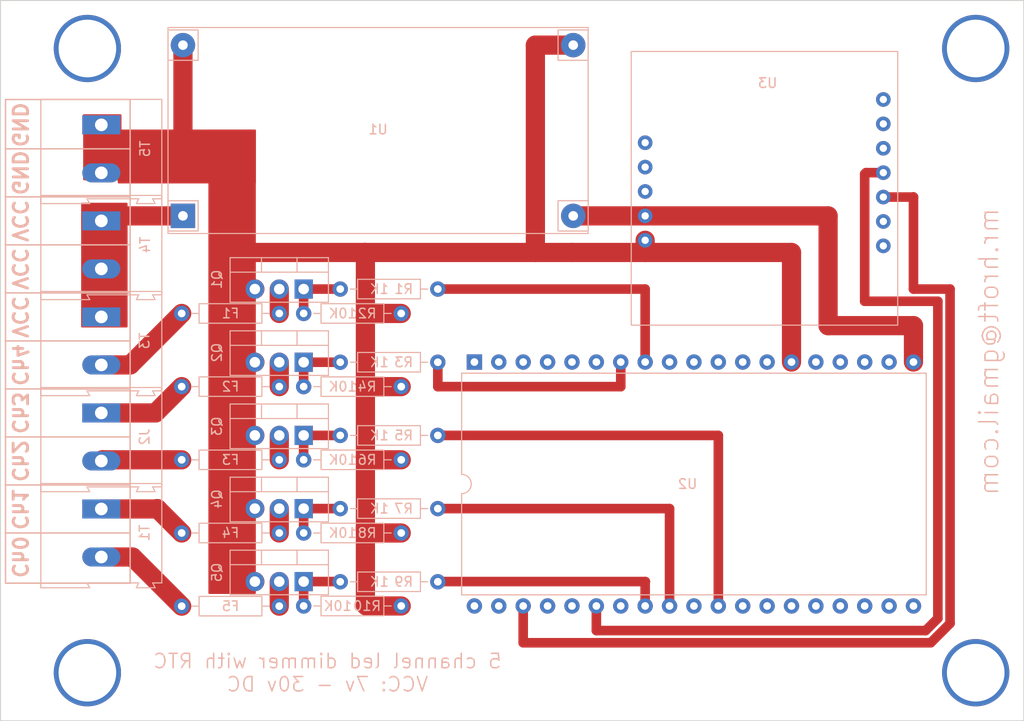
<source format=kicad_pcb>
(kicad_pcb (version 20211014) (generator pcbnew)
  (layers (0 "F.Cu" signal) (31 "B.Cu" signal) (34 "B.Paste" user) (35 "F.Paste" user) (36 "B.SilkS" user "B.Silkscreen") (37 "F.SilkS" user "F.Silkscreen") (38 "B.Mask" user) (39 "F.Mask" user) (44 "Edge.Cuts" user))
  (net 0 "")
  (net 1 "/channel0/ChannelDrain")
  (net 2 "Net-(F1-Pad2)")
  (net 3 "/channel1/ChannelDrain")
  (net 4 "Net-(F2-Pad2)")
  (net 5 "/channel2/ChannelDrain")
  (net 6 "Net-(F3-Pad2)")
  (net 7 "/channel3/ChannelDrain")
  (net 8 "Net-(F4-Pad2)")
  (net 9 "/channel4/ChannelDrain")
  (net 10 "Net-(F5-Pad2)")
  (net 11 "VCC")
  (net 12 "GND")
  (net 13 "Net-(Q1-Pad1)")
  (net 14 "Net-(Q2-Pad1)")
  (net 15 "Net-(Q3-Pad1)")
  (net 16 "Net-(Q4-Pad1)")
  (net 17 "Net-(Q5-Pad1)")
  (net 18 "Ch0_PWM")
  (net 19 "Ch1_PWM")
  (net 20 "Ch2_PWM")
  (net 21 "Ch3_PWM")
  (net 22 "Ch4_PWM")
  (net 23 "+5V")
  (net 49 "Net-(U2-Pad33)")
  (net 59 "Net-(U2-Pad36)")
  (footprint "TerminalBlock:TerminalBlock_Altech_AK300-2_P5.00mm" (layer "B.Cu") (at 93 85.45 -90)
    (fp_text reference "T3" (at 2.5 -4.5 90) (layer "B.SilkS") (effects (justify mirror)))
    (fp_text value "Screw_Terminal_01x02")
    (fp_line (start -2.65 -6.3) (end 7.7 -6.3) (layer "B.SilkS") (width 0.12))
    (fp_line (start 8.2 6.3) (end -2.65 6.3) (layer "B.SilkS") (width 0.12))
    (fp_line (start 7.7 -5.35) (end 8.2 -5.6) (layer "B.SilkS") (width 0.12))
    (fp_line (start -2.65 6.3) (end -2.65 -6.3) (layer "B.SilkS") (width 0.12))
    (fp_line (start 7.7 1.5) (end 8.2 1.2) (layer "B.SilkS") (width 0.12))
    (fp_line (start 8.2 -3.65) (end 7.7 -3.9) (layer "B.SilkS") (width 0.12))
    (fp_line (start 7.7 -6.3) (end 7.7 -5.35) (layer "B.SilkS") (width 0.12))
    (fp_line (start 7.7 -3.9) (end 7.7 1.5) (layer "B.SilkS") (width 0.12))
    (fp_line (start 8.2 -5.6) (end 8.2 -3.7) (layer "B.SilkS") (width 0.12))
    (fp_line (start 8.2 -3.7) (end 8.2 -3.65) (layer "B.SilkS") (width 0.12))
    (fp_line (start 8.2 1.2) (end 8.2 6.3) (layer "B.SilkS") (width 0.12))
    (pad "1" thru_hole rect (at 0 0 270) (size 1.98 3.96) (drill 1.32) (layers *.Cu *.Mask) (net 11 "VCC"))
    (pad "2" thru_hole oval (at 5 0 270) (size 1.98 3.96) (drill 1.32) (layers *.Cu *.Mask) (net 1 "/channel0/ChannelDrain"))
  )
  (footprint "Package_TO_SOT_THT:TO-220-3_Vertical" (layer "B.Cu") (at 114.07 97.79 180)
    (fp_text reference "Q3" (at 9.04 0.9495 90) (layer "B.SilkS") (effects (justify mirror)))
    (fp_text value "IRLZ44N")
    (fp_line (start -2.58 3.27) (end -2.58 -1.371) (layer "B.SilkS") (width 0.12))
    (fp_line (start -2.58 3.27) (end 7.66 3.27) (layer "B.SilkS") (width 0.12))
    (fp_line (start 0.69 3.27) (end 0.69 1.76) (layer "B.SilkS") (width 0.12))
    (fp_line (start 4.391 3.27) (end 4.391 1.76) (layer "B.SilkS") (width 0.12))
    (fp_line (start 7.66 3.27) (end 7.66 -1.371) (layer "B.SilkS") (width 0.12))
    (fp_line (start -2.58 -1.371) (end 7.66 -1.371) (layer "B.SilkS") (width 0.12))
    (fp_line (start -2.58 1.76) (end 7.66 1.76) (layer "B.SilkS") (width 0.12))
    (pad "1" thru_hole rect (at 0 0 180) (size 1.905 2) (drill 1.1) (layers *.Cu *.Mask) (net 15 "Net-(Q3-Pad1)"))
    (pad "2" thru_hole oval (at 2.54 0 180) (size 1.905 2) (drill 1.1) (layers *.Cu *.Mask) (net 6 "Net-(F3-Pad2)"))
    (pad "3" thru_hole oval (at 5.08 0 180) (size 1.905 2) (drill 1.1) (layers *.Cu *.Mask) (net 12 "GND"))
  )
  (footprint "MY:Resistor_TH_5.08mm_value" (layer "B.Cu") (at 124.23 115.55 180)
    (fp_text reference "R10" (at 3.556 0) (layer "B.SilkS") (effects (justify mirror)))
    (fp_text value "10K" (at 6.604 0) (layer "B.SilkS") (effects (justify mirror)))
    (fp_line (start 9.12 0) (end 8.35 0) (layer "B.SilkS") (width 0.12))
    (fp_line (start 8.35 1.016) (end 1.81 1.016) (layer "B.SilkS") (width 0.12))
    (fp_line (start 8.35 -1.016) (end 8.35 1.016) (layer "B.SilkS") (width 0.12))
    (fp_line (start 1.04 0) (end 1.81 0) (layer "B.SilkS") (width 0.12))
    (fp_line (start 1.81 -1.016) (end 8.35 -1.016) (layer "B.SilkS") (width 0.12))
    (fp_line (start 1.81 1.016) (end 1.81 -1.016) (layer "B.SilkS") (width 0.12))
    (pad "1" thru_hole circle (at 0 0 180) (size 1.6 1.6) (drill 0.8) (layers *.Cu *.Mask) (net 12 "GND"))
    (pad "2" thru_hole oval (at 10.16 0 180) (size 1.6 1.6) (drill 0.8) (layers *.Cu *.Mask) (net 17 "Net-(Q5-Pad1)"))
  )
  (footprint "TerminalBlock:TerminalBlock_Altech_AK300-2_P5.00mm" (layer "B.Cu") (at 93 95.45 -90)
    (fp_text reference "J2" (at 2.5 -4.5 90) (layer "B.SilkS") (effects (justify mirror)))
    (fp_text value "Screw_Terminal_01x02")
    (fp_line (start 7.7 -3.9) (end 7.7 1.5) (layer "B.SilkS") (width 0.12))
    (fp_line (start 7.7 -5.35) (end 8.2 -5.6) (layer "B.SilkS") (width 0.12))
    (fp_line (start -2.65 6.3) (end -2.65 -6.3) (layer "B.SilkS") (width 0.12))
    (fp_line (start 7.7 1.5) (end 8.2 1.2) (layer "B.SilkS") (width 0.12))
    (fp_line (start 8.2 6.3) (end -2.65 6.3) (layer "B.SilkS") (width 0.12))
    (fp_line (start 8.2 -3.65) (end 7.7 -3.9) (layer "B.SilkS") (width 0.12))
    (fp_line (start 8.2 1.2) (end 8.2 6.3) (layer "B.SilkS") (width 0.12))
    (fp_line (start 7.7 -6.3) (end 7.7 -5.35) (layer "B.SilkS") (width 0.12))
    (fp_line (start 8.2 -3.7) (end 8.2 -3.65) (layer "B.SilkS") (width 0.12))
    (fp_line (start 8.2 -5.6) (end 8.2 -3.7) (layer "B.SilkS") (width 0.12))
    (fp_line (start -2.65 -6.3) (end 7.7 -6.3) (layer "B.SilkS") (width 0.12))
    (pad "1" thru_hole rect (at 0 0 270) (size 1.98 3.96) (drill 1.32) (layers *.Cu *.Mask) (net 3 "/channel1/ChannelDrain"))
    (pad "2" thru_hole oval (at 5 0 270) (size 1.98 3.96) (drill 1.32) (layers *.Cu *.Mask) (net 5 "/channel2/ChannelDrain"))
  )
  (footprint "MY:Resistor_TH_5.08mm_value" (layer "B.Cu") (at 128.04 82.55 180)
    (fp_text reference "R1" (at 3.556 0) (layer "B.SilkS") (effects (justify mirror)))
    (fp_text value "1K" (at 6.096 0) (layer "B.SilkS") (effects (justify mirror)))
    (fp_line (start 1.81 1.016) (end 1.81 -1.016) (layer "B.SilkS") (width 0.12))
    (fp_line (start 8.35 -1.016) (end 8.35 1.016) (layer "B.SilkS") (width 0.12))
    (fp_line (start 9.12 0) (end 8.35 0) (layer "B.SilkS") (width 0.12))
    (fp_line (start 1.81 -1.016) (end 8.35 -1.016) (layer "B.SilkS") (width 0.12))
    (fp_line (start 1.04 0) (end 1.81 0) (layer "B.SilkS") (width 0.12))
    (fp_line (start 8.35 1.016) (end 1.81 1.016) (layer "B.SilkS") (width 0.12))
    (pad "1" thru_hole circle (at 0 0 180) (size 1.6 1.6) (drill 0.8) (layers *.Cu *.Mask) (net 18 "Ch0_PWM"))
    (pad "2" thru_hole oval (at 10.16 0 180) (size 1.6 1.6) (drill 0.8) (layers *.Cu *.Mask) (net 13 "Net-(Q1-Pad1)"))
  )
  (footprint "MY:fuse" (layer "B.Cu") (at 101.37 92.71)
    (fp_text reference "F2" (at 5.08 0) (layer "B.SilkS") (effects (justify mirror)))
    (fp_text value "Polyfuse")
    (fp_line (start 1.81 -1.016) (end 8.35 -1.016) (layer "B.SilkS") (width 0.12))
    (fp_line (start 8.35 1.016) (end 1.81 1.016) (layer "B.SilkS") (width 0.12))
    (fp_line (start 8.35 -1.016) (end 8.35 1.016) (layer "B.SilkS") (width 0.12))
    (fp_line (start 9.12 0) (end 8.35 0) (layer "B.SilkS") (width 0.12))
    (fp_line (start 1.04 0) (end 1.81 0) (layer "B.SilkS") (width 0.12))
    (fp_line (start 1.81 1.016) (end 1.81 -1.016) (layer "B.SilkS") (width 0.12))
    (pad "1" thru_hole circle (at 0 0) (size 1.6 1.6) (drill 0.8) (layers *.Cu *.Mask) (net 3 "/channel1/ChannelDrain"))
    (pad "2" thru_hole oval (at 10.16 0) (size 1.6 1.6) (drill 0.8) (layers *.Cu *.Mask) (net 4 "Net-(F2-Pad2)"))
  )
  (footprint "MY:Resistor_TH_5.08mm_value" (layer "B.Cu") (at 128.04 105.41 180)
    (fp_text reference "R7" (at 3.556 0) (layer "B.SilkS") (effects (justify mirror)))
    (fp_text value "1K" (at 6.096 0) (layer "B.SilkS") (effects (justify mirror)))
    (fp_line (start 8.35 1.016) (end 1.81 1.016) (layer "B.SilkS") (width 0.12))
    (fp_line (start 1.81 -1.016) (end 8.35 -1.016) (layer "B.SilkS") (width 0.12))
    (fp_line (start 8.35 -1.016) (end 8.35 1.016) (layer "B.SilkS") (width 0.12))
    (fp_line (start 9.12 0) (end 8.35 0) (layer "B.SilkS") (width 0.12))
    (fp_line (start 1.81 1.016) (end 1.81 -1.016) (layer "B.SilkS") (width 0.12))
    (fp_line (start 1.04 0) (end 1.81 0) (layer "B.SilkS") (width 0.12))
    (pad "1" thru_hole circle (at 0 0 180) (size 1.6 1.6) (drill 0.8) (layers *.Cu *.Mask) (net 21 "Ch3_PWM"))
    (pad "2" thru_hole oval (at 10.16 0 180) (size 1.6 1.6) (drill 0.8) (layers *.Cu *.Mask) (net 16 "Net-(Q4-Pad1)"))
  )
  (footprint "MY:fuse" (layer "B.Cu") (at 101.37 100.33)
    (fp_text reference "F3" (at 5.08 0) (layer "B.SilkS") (effects (justify mirror)))
    (fp_text value "Polyfuse")
    (fp_line (start 8.35 -1.016) (end 8.35 1.016) (layer "B.SilkS") (width 0.12))
    (fp_line (start 9.12 0) (end 8.35 0) (layer "B.SilkS") (width 0.12))
    (fp_line (start 1.81 -1.016) (end 8.35 -1.016) (layer "B.SilkS") (width 0.12))
    (fp_line (start 1.81 1.016) (end 1.81 -1.016) (layer "B.SilkS") (width 0.12))
    (fp_line (start 1.04 0) (end 1.81 0) (layer "B.SilkS") (width 0.12))
    (fp_line (start 8.35 1.016) (end 1.81 1.016) (layer "B.SilkS") (width 0.12))
    (pad "1" thru_hole circle (at 0 0) (size 1.6 1.6) (drill 0.8) (layers *.Cu *.Mask) (net 5 "/channel2/ChannelDrain"))
    (pad "2" thru_hole oval (at 10.16 0) (size 1.6 1.6) (drill 0.8) (layers *.Cu *.Mask) (net 6 "Net-(F3-Pad2)"))
  )
  (footprint "MY:Tiny_RTC" (layer "B.Cu") (at 175.93 57.81 180)
    (fp_text reference "U3" (at 13.54423 -3.289038 unlocked) (layer "B.SilkS") (effects (justify mirror)))
    (fp_text value "Tiny_RTC_DS1307")
    (fp_rect (start 0 0) (end 27.75 -28.5) (layer "B.SilkS") (width 0.12) (fill none))
    (pad "1" thru_hole circle (at 1.5 -5 180) (size 1.524 1.524) (drill 0.762) (layers *.Cu *.Mask))
    (pad "2" thru_hole circle (at 1.5 -7.54 180) (size 1.524 1.524) (drill 0.762) (layers *.Cu *.Mask))
    (pad "3" thru_hole circle (at 1.5 -10.08 180) (size 1.524 1.524) (drill 0.762) (layers *.Cu *.Mask))
    (pad "4" thru_hole circle (at 1.5 -12.62 180) (size 1.524 1.524) (drill 0.762) (layers *.Cu *.Mask) (net 49 "Net-(U2-Pad33)"))
    (pad "5" thru_hole circle (at 1.5 -15.16 180) (size 1.524 1.524) (drill 0.762) (layers *.Cu *.Mask) (net 59 "Net-(U2-Pad36)"))
    (pad "6" thru_hole circle (at 1.5 -17.7 180) (size 1.524 1.524) (drill 0.762) (layers *.Cu *.Mask))
    (pad "7" thru_hole circle (at 1.5 -20.24 180) (size 1.524 1.524) (drill 0.762) (layers *.Cu *.Mask))
    (pad "8" thru_hole circle (at 26.3 -19.66 180) (size 1.524 1.524) (drill 0.762) (layers *.Cu *.Mask) (net 12 "GND"))
    (pad "9" thru_hole circle (at 26.3 -17.12 180) (size 1.524 1.524) (drill 0.762) (layers *.Cu *.Mask) (net 23 "+5V"))
    (pad "10" thru_hole circle (at 26.3 -14.58 180) (size 1.524 1.524) (drill 0.762) (layers *.Cu *.Mask))
    (pad "11" thru_hole circle (at 26.3 -12.04 180) (size 1.524 1.524) (drill 0.762) (layers *.Cu *.Mask))
    (pad "12" thru_hole circle (at 26.3 -9.5 180) (size 1.524 1.524) (drill 0.762) (layers *.Cu *.Mask))
  )
  (footprint "MY:Resistor_TH_5.08mm_value" (layer "B.Cu") (at 124.23 92.71 180)
    (fp_text reference "R4" (at 3.556 0) (layer "B.SilkS") (effects (justify mirror)))
    (fp_text value "10K" (at 6.096 0) (layer "B.SilkS") (effects (justify mirror)))
    (fp_line (start 1.04 0) (end 1.81 0) (layer "B.SilkS") (width 0.12))
    (fp_line (start 8.35 1.016) (end 1.81 1.016) (layer "B.SilkS") (width 0.12))
    (fp_line (start 9.12 0) (end 8.35 0) (layer "B.SilkS") (width 0.12))
    (fp_line (start 1.81 1.016) (end 1.81 -1.016) (layer "B.SilkS") (width 0.12))
    (fp_line (start 8.35 -1.016) (end 8.35 1.016) (layer "B.SilkS") (width 0.12))
    (fp_line (start 1.81 -1.016) (end 8.35 -1.016) (layer "B.SilkS") (width 0.12))
    (pad "1" thru_hole circle (at 0 0 180) (size 1.6 1.6) (drill 0.8) (layers *.Cu *.Mask) (net 12 "GND"))
    (pad "2" thru_hole oval (at 10.16 0 180) (size 1.6 1.6) (drill 0.8) (layers *.Cu *.Mask) (net 14 "Net-(Q2-Pad1)"))
  )
  (footprint "lm2596:LM2596_DCDC_StepDown" (layer "B.Cu") (at 101.5 74.93)
    (fp_text reference "U1" (at 20.32 -9) (layer "B.SilkS") (effects (justify mirror)))
    (fp_text value "YAAJ_DCDC_StepDown_LM2596")
    (fp_line (start 1.58 -16.2) (end 1.58 -19.36) (layer "B.SilkS") (width 0.12))
    (fp_line (start 1.5847 1.571643) (end 1.58 -1.58) (layer "B.SilkS") (width 0.12))
    (fp_line (start 39.06 -19.36) (end 42.175 -19.36) (layer "B.SilkS") (width 0.12))
    (fp_line (start -1.55 -19.36) (end 1.58 -19.36) (layer "B.SilkS") (width 0.12))
    (fp_line (start 42.195 1.835) (end -1.555 1.835) (layer "B.SilkS") (width 0.12))
    (fp_line (start -1.555 -19.615) (end 42.195 -19.615) (layer "B.SilkS") (width 0.12))
    (fp_line (start -1.55 1.58) (end 1.5847 1.571643) (layer "B.SilkS") (width 0.12))
    (fp_line (start 39.06 -1.58) (end 42.22 -1.58) (layer "B.SilkS") (width 0.12))
    (fp_line (start -1.55 -1.575) (end 1.58 -1.58) (layer "B.SilkS") (width 0.12))
    (fp_line (start 39.06 1.58) (end 42.175 1.58) (layer "B.SilkS") (width 0.12))
    (fp_line (start -1.555 1.835) (end -1.555 -19.615) (layer "B.SilkS") (width 0.12))
    (fp_line (start 39.06 -1.58) (end 39.06 1.58) (layer "B.SilkS") (width 0.12))
    (fp_line (start 39.06 -19.36) (end 39.06 -16.2) (layer "B.SilkS") (width 0.12))
    (fp_line (start 39.06 -16.2) (end 42.175 -16.2) (layer "B.SilkS") (width 0.12))
    (fp_line (start 42.195 -19.615) (end 42.195 1.835) (layer "B.SilkS") (width 0.12))
    (fp_line (start -1.55 -16.2) (end 1.58 -16.2) (layer "B.SilkS") (width 0.12))
    (pad "1" thru_hole rect (at 0 0) (size 2.54 2.54) (drill 1) (layers *.Cu *.Mask) (net 11 "VCC"))
    (pad "2" thru_hole circle (at 0 -17.78) (size 2.54 2.54) (drill 1) (layers *.Cu *.Mask) (net 12 "GND"))
    (pad "3" thru_hole circle (at 40.64 -17.78) (size 2.54 2.54) (drill 1) (layers *.Cu *.Mask) (net 12 "GND"))
    (pad "4" thru_hole circle (at 40.64 0) (size 2.54 2.54) (drill 1) (layers *.Cu *.Mask) (net 23 "+5V"))
  )
  (footprint "TerminalBlock:TerminalBlock_Altech_AK300-2_P5.00mm" (layer "B.Cu") (at 93 75.45 -90)
    (fp_text reference "T4" (at 2.5 -4.56 90) (layer "B.SilkS") (effects (justify mirror)))
    (fp_text value "Screw_Terminal_01x02")
    (fp_line (start 7.7 -5.35) (end 8.2 -5.6) (layer "B.SilkS") (width 0.12))
    (fp_line (start 7.7 -3.9) (end 7.7 1.5) (layer "B.SilkS") (width 0.12))
    (fp_line (start 8.2 -3.65) (end 7.7 -3.9) (layer "B.SilkS") (width 0.12))
    (fp_line (start 8.2 1.2) (end 8.2 6.3) (layer "B.SilkS") (width 0.12))
    (fp_line (start 8.2 -5.6) (end 8.2 -3.7) (layer "B.SilkS") (width 0.12))
    (fp_line (start 7.7 -6.3) (end 7.7 -5.35) (layer "B.SilkS") (width 0.12))
    (fp_line (start 8.2 -3.7) (end 8.2 -3.65) (layer "B.SilkS") (width 0.12))
    (fp_line (start -2.65 -6.3) (end 7.7 -6.3) (layer "B.SilkS") (width 0.12))
    (fp_line (start 7.7 1.5) (end 8.2 1.2) (layer "B.SilkS") (width 0.12))
    (fp_line (start 8.2 6.3) (end -2.65 6.3) (layer "B.SilkS") (width 0.12))
    (fp_line (start -2.65 6.3) (end -2.65 -6.3) (layer "B.SilkS") (width 0.12))
    (pad "1" thru_hole rect (at 0 0 270) (size 1.98 3.96) (drill 1.32) (layers *.Cu *.Mask) (net 11 "VCC"))
    (pad "2" thru_hole oval (at 5 0 270) (size 1.98 3.96) (drill 1.32) (layers *.Cu *.Mask) (net 11 "VCC"))
  )
  (footprint "MY:Resistor_TH_5.08mm_value" (layer "B.Cu") (at 128.04 90.17 180)
    (fp_text reference "R3" (at 3.556 0) (layer "B.SilkS") (effects (justify mirror)))
    (fp_text value "1K" (at 6.096 0) (layer "B.SilkS") (effects (justify mirror)))
    (fp_line (start 8.35 -1.016) (end 8.35 1.016) (layer "B.SilkS") (width 0.12))
    (fp_line (start 9.12 0) (end 8.35 0) (layer "B.SilkS") (width 0.12))
    (fp_line (start 1.81 1.016) (end 1.81 -1.016) (layer "B.SilkS") (width 0.12))
    (fp_line (start 8.35 1.016) (end 1.81 1.016) (layer "B.SilkS") (width 0.12))
    (fp_line (start 1.04 0) (end 1.81 0) (layer "B.SilkS") (width 0.12))
    (fp_line (start 1.81 -1.016) (end 8.35 -1.016) (layer "B.SilkS") (width 0.12))
    (pad "1" thru_hole circle (at 0 0 180) (size 1.6 1.6) (drill 0.8) (layers *.Cu *.Mask) (net 19 "Ch1_PWM"))
    (pad "2" thru_hole oval (at 10.16 0 180) (size 1.6 1.6) (drill 0.8) (layers *.Cu *.Mask) (net 14 "Net-(Q2-Pad1)"))
  )
  (footprint "Package_TO_SOT_THT:TO-220-3_Vertical" (layer "B.Cu") (at 114.07 82.55 180)
    (fp_text reference "Q1" (at 9.04 1 90) (layer "B.SilkS") (effects (justify mirror)))
    (fp_text value "IRLZ44N")
    (fp_line (start 7.66 3.27) (end 7.66 -1.371) (layer "B.SilkS") (width 0.12))
    (fp_line (start 0.69 3.27) (end 0.69 1.76) (layer "B.SilkS") (width 0.12))
    (fp_line (start -2.58 3.27) (end 7.66 3.27) (layer "B.SilkS") (width 0.12))
    (fp_line (start -2.58 1.76) (end 7.66 1.76) (layer "B.SilkS") (width 0.12))
    (fp_line (start 4.391 3.27) (end 4.391 1.76) (layer "B.SilkS") (width 0.12))
    (fp_line (start -2.58 -1.371) (end 7.66 -1.371) (layer "B.SilkS") (width 0.12))
    (fp_line (start -2.58 3.27) (end -2.58 -1.371) (layer "B.SilkS") (width 0.12))
    (pad "1" thru_hole rect (at 0 0 180) (size 1.905 2) (drill 1.1) (layers *.Cu *.Mask) (net 13 "Net-(Q1-Pad1)"))
    (pad "2" thru_hole oval (at 2.54 0 180) (size 1.905 2) (drill 1.1) (layers *.Cu *.Mask) (net 2 "Net-(F1-Pad2)"))
    (pad "3" thru_hole oval (at 5.08 0 180) (size 1.905 2) (drill 1.1) (layers *.Cu *.Mask) (net 12 "GND"))
  )
  (footprint "Package_TO_SOT_THT:TO-220-3_Vertical" (layer "B.Cu") (at 114.07 105.41 180)
    (fp_text reference "Q4" (at 9.04 1 90) (layer "B.SilkS") (effects (justify mirror)))
    (fp_text value "IRLZ44N")
    (fp_line (start -2.58 1.76) (end 7.66 1.76) (layer "B.SilkS") (width 0.12))
    (fp_line (start -2.58 -1.371) (end 7.66 -1.371) (layer "B.SilkS") (width 0.12))
    (fp_line (start 4.391 3.27) (end 4.391 1.76) (layer "B.SilkS") (width 0.12))
    (fp_line (start 7.66 3.27) (end 7.66 -1.371) (layer "B.SilkS") (width 0.12))
    (fp_line (start -2.58 3.27) (end 7.66 3.27) (layer "B.SilkS") (width 0.12))
    (fp_line (start 0.69 3.27) (end 0.69 1.76) (layer "B.SilkS") (width 0.12))
    (fp_line (start -2.58 3.27) (end -2.58 -1.371) (layer "B.SilkS") (width 0.12))
    (pad "1" thru_hole rect (at 0 0 180) (size 1.905 2) (drill 1.1) (layers *.Cu *.Mask) (net 16 "Net-(Q4-Pad1)"))
    (pad "2" thru_hole oval (at 2.54 0 180) (size 1.905 2) (drill 1.1) (layers *.Cu *.Mask) (net 8 "Net-(F4-Pad2)"))
    (pad "3" thru_hole oval (at 5.08 0 180) (size 1.905 2) (drill 1.1) (layers *.Cu *.Mask) (net 12 "GND"))
  )
  (footprint "Package_TO_SOT_THT:TO-220-3_Vertical" (layer "B.Cu") (at 114.07 113.01 180)
    (fp_text reference "Q5" (at 9.04 0.9495 90) (layer "B.SilkS") (effects (justify mirror)))
    (fp_text value "IRLZ44N")
    (fp_line (start 7.66 3.27) (end 7.66 -1.371) (layer "B.SilkS") (width 0.12))
    (fp_line (start 4.391 3.27) (end 4.391 1.76) (layer "B.SilkS") (width 0.12))
    (fp_line (start -2.58 -1.371) (end 7.66 -1.371) (layer "B.SilkS") (width 0.12))
    (fp_line (start -2.58 1.76) (end 7.66 1.76) (layer "B.SilkS") (width 0.12))
    (fp_line (start -2.58 3.27) (end -2.58 -1.371) (layer "B.SilkS") (width 0.12))
    (fp_line (start 0.69 3.27) (end 0.69 1.76) (layer "B.SilkS") (width 0.12))
    (fp_line (start -2.58 3.27) (end 7.66 3.27) (layer "B.SilkS") (width 0.12))
    (pad "1" thru_hole rect (at 0 0 180) (size 1.905 2) (drill 1.1) (layers *.Cu *.Mask) (net 17 "Net-(Q5-Pad1)"))
    (pad "2" thru_hole oval (at 2.54 0 180) (size 1.905 2) (drill 1.1) (layers *.Cu *.Mask) (net 10 "Net-(F5-Pad2)"))
    (pad "3" thru_hole oval (at 5.08 0 180) (size 1.905 2) (drill 1.1) (layers *.Cu *.Mask) (net 12 "GND"))
  )
  (footprint "MY:fuse" (layer "B.Cu") (at 101.37 115.57)
    (fp_text reference "F5" (at 5.08 0) (layer "B.SilkS") (effects (justify mirror)))
    (fp_text value "Polyfuse")
    (fp_line (start 8.35 -1.016) (end 8.35 1.016) (layer "B.SilkS") (width 0.12))
    (fp_line (start 1.04 0) (end 1.81 0) (layer "B.SilkS") (width 0.12))
    (fp_line (start 1.81 -1.016) (end 8.35 -1.016) (layer "B.SilkS") (width 0.12))
    (fp_line (start 1.81 1.016) (end 1.81 -1.016) (layer "B.SilkS") (width 0.12))
    (fp_line (start 9.12 0) (end 8.35 0) (layer "B.SilkS") (width 0.12))
    (fp_line (start 8.35 1.016) (end 1.81 1.016) (layer "B.SilkS") (width 0.12))
    (pad "1" thru_hole circle (at 0 0) (size 1.6 1.6) (drill 0.8) (layers *.Cu *.Mask) (net 9 "/channel4/ChannelDrain"))
    (pad "2" thru_hole oval (at 10.16 0) (size 1.6 1.6) (drill 0.8) (layers *.Cu *.Mask) (net 10 "Net-(F5-Pad2)"))
  )
  (footprint "TerminalBlock:TerminalBlock_Altech_AK300-2_P5.00mm" (layer "B.Cu") (at 93 65.45 -90)
    (fp_text reference "T5" (at 2.5 -4.56 90) (layer "B.SilkS") (effects (justify mirror)))
    (fp_text value "Screw_Terminal_01x02")
    (fp_line (start 7.7 -5.35) (end 8.2 -5.6) (layer "B.SilkS") (width 0.12))
    (fp_line (start 8.2 1.2) (end 8.2 6.3) (layer "B.SilkS") (width 0.12))
    (fp_line (start -2.65 -6.3) (end 7.7 -6.3) (layer "B.SilkS") (width 0.12))
    (fp_line (start 7.7 -3.9) (end 7.7 1.5) (layer "B.SilkS") (width 0.12))
    (fp_line (start -2.65 6.3) (end -2.65 -6.3) (layer "B.SilkS") (width 0.12))
    (fp_line (start 8.2 6.3) (end -2.65 6.3) (layer "B.SilkS") (width 0.12))
    (fp_line (start 7.7 1.5) (end 8.2 1.2) (layer "B.SilkS") (width 0.12))
    (fp_line (start 8.2 -5.6) (end 8.2 -3.7) (layer "B.SilkS") (width 0.12))
    (fp_line (start 8.2 -3.65) (end 7.7 -3.9) (layer "B.SilkS") (width 0.12))
    (fp_line (start 8.2 -3.7) (end 8.2 -3.65) (layer "B.SilkS") (width 0.12))
    (fp_line (start 7.7 -6.3) (end 7.7 -5.35) (layer "B.SilkS") (width 0.12))
    (pad "1" thru_hole rect (at 0 0 270) (size 1.98 3.96) (drill 1.32) (layers *.Cu *.Mask) (net 12 "GND"))
    (pad "2" thru_hole oval (at 5 0 270) (size 1.98 3.96) (drill 1.32) (layers *.Cu *.Mask) (net 12 "GND"))
  )
  (footprint "MY:Resistor_TH_5.08mm_value" (layer "B.Cu") (at 128.04 97.79 180)
    (fp_text reference "R5" (at 3.556 0) (layer "B.SilkS") (effects (justify mirror)))
    (fp_text value "1K" (at 6.096 0) (layer "B.SilkS") (effects (justify mirror)))
    (fp_line (start 1.81 1.016) (end 1.81 -1.016) (layer "B.SilkS") (width 0.12))
    (fp_line (start 9.12 0) (end 8.35 0) (layer "B.SilkS") (width 0.12))
    (fp_line (start 8.35 1.016) (end 1.81 1.016) (layer "B.SilkS") (width 0.12))
    (fp_line (start 1.04 0) (end 1.81 0) (layer "B.SilkS") (width 0.12))
    (fp_line (start 8.35 -1.016) (end 8.35 1.016) (layer "B.SilkS") (width 0.12))
    (fp_line (start 1.81 -1.016) (end 8.35 -1.016) (layer "B.SilkS") (width 0.12))
    (pad "1" thru_hole circle (at 0 0 180) (size 1.6 1.6) (drill 0.8) (layers *.Cu *.Mask) (net 20 "Ch2_PWM"))
    (pad "2" thru_hole oval (at 10.16 0 180) (size 1.6 1.6) (drill 0.8) (layers *.Cu *.Mask) (net 15 "Net-(Q3-Pad1)"))
  )
  (footprint "MY:Resistor_TH_5.08mm_value" (layer "B.Cu") (at 124.23 107.95 180)
    (fp_text reference "R8" (at 3.556 0) (layer "B.SilkS") (effects (justify mirror)))
    (fp_text value "10K" (at 6.096 0) (layer "B.SilkS") (effects (justify mirror)))
    (fp_line (start 9.12 0) (end 8.35 0) (layer "B.SilkS") (width 0.12))
    (fp_line (start 8.35 1.016) (end 1.81 1.016) (layer "B.SilkS") (width 0.12))
    (fp_line (start 1.81 -1.016) (end 8.35 -1.016) (layer "B.SilkS") (width 0.12))
    (fp_line (start 8.35 -1.016) (end 8.35 1.016) (layer "B.SilkS") (width 0.12))
    (fp_line (start 1.81 1.016) (end 1.81 -1.016) (layer "B.SilkS") (width 0.12))
    (fp_line (start 1.04 0) (end 1.81 0) (layer "B.SilkS") (width 0.12))
    (pad "1" thru_hole circle (at 0 0 180) (size 1.6 1.6) (drill 0.8) (layers *.Cu *.Mask) (net 12 "GND"))
    (pad "2" thru_hole oval (at 10.16 0 180) (size 1.6 1.6) (drill 0.8) (layers *.Cu *.Mask) (net 16 "Net-(Q4-Pad1)"))
  )
  (footprint "Package_TO_SOT_THT:TO-220-3_Vertical" (layer "B.Cu") (at 114.07 90.17 180)
    (fp_text reference "Q2" (at 9.04 1 90) (layer "B.SilkS") (effects (justify mirror)))
    (fp_text value "IRLZ44N")
    (fp_line (start 4.391 3.27) (end 4.391 1.76) (layer "B.SilkS") (width 0.12))
    (fp_line (start -2.58 1.76) (end 7.66 1.76) (layer "B.SilkS") (width 0.12))
    (fp_line (start -2.58 3.27) (end 7.66 3.27) (layer "B.SilkS") (width 0.12))
    (fp_line (start -2.58 3.27) (end -2.58 -1.371) (layer "B.SilkS") (width 0.12))
    (fp_line (start 7.66 3.27) (end 7.66 -1.371) (layer "B.SilkS") (width 0.12))
    (fp_line (start 0.69 3.27) (end 0.69 1.76) (layer "B.SilkS") (width 0.12))
    (fp_line (start -2.58 -1.371) (end 7.66 -1.371) (layer "B.SilkS") (width 0.12))
    (pad "1" thru_hole rect (at 0 0 180) (size 1.905 2) (drill 1.1) (layers *.Cu *.Mask) (net 14 "Net-(Q2-Pad1)"))
    (pad "2" thru_hole oval (at 2.54 0 180) (size 1.905 2) (drill 1.1) (layers *.Cu *.Mask) (net 4 "Net-(F2-Pad2)"))
    (pad "3" thru_hole oval (at 5.08 0 180) (size 1.905 2) (drill 1.1) (layers *.Cu *.Mask) (net 12 "GND"))
  )
  (footprint "MY:Resistor_TH_5.08mm_value" (layer "B.Cu") (at 124.23 85.09 180)
    (fp_text reference "R2" (at 3.556 0) (layer "B.SilkS") (effects (justify mirror)))
    (fp_text value "10K" (at 6.096 0) (layer "B.SilkS") (effects (justify mirror)))
    (fp_line (start 1.04 0) (end 1.81 0) (layer "B.SilkS") (width 0.12))
    (fp_line (start 8.35 1.016) (end 1.81 1.016) (layer "B.SilkS") (width 0.12))
    (fp_line (start 8.35 -1.016) (end 8.35 1.016) (layer "B.SilkS") (width 0.12))
    (fp_line (start 9.12 0) (end 8.35 0) (layer "B.SilkS") (width 0.12))
    (fp_line (start 1.81 -1.016) (end 8.35 -1.016) (layer "B.SilkS") (width 0.12))
    (fp_line (start 1.81 1.016) (end 1.81 -1.016) (layer "B.SilkS") (width 0.12))
    (pad "1" thru_hole circle (at 0 0 180) (size 1.6 1.6) (drill 0.8) (layers *.Cu *.Mask) (net 12 "GND"))
    (pad "2" thru_hole oval (at 10.16 0 180) (size 1.6 1.6) (drill 0.8) (layers *.Cu *.Mask) (net 13 "Net-(Q1-Pad1)"))
  )
  (footprint "MY:Resistor_TH_5.08mm_value" (layer "B.Cu") (at 124.23 100.33 180)
    (fp_text reference "R6" (at 3.556 0) (layer "B.SilkS") (effects (justify mirror)))
    (fp_text value "10K" (at 6.096 0) (layer "B.SilkS") (effects (justify mirror)))
    (fp_line (start 8.35 -1.016) (end 8.35 1.016) (layer "B.SilkS") (width 0.12))
    (fp_line (start 1.81 -1.016) (end 8.35 -1.016) (layer "B.SilkS") (width 0.12))
    (fp_line (start 8.35 1.016) (end 1.81 1.016) (layer "B.SilkS") (width 0.12))
    (fp_line (start 9.12 0) (end 8.35 0) (layer "B.SilkS") (width 0.12))
    (fp_line (start 1.81 1.016) (end 1.81 -1.016) (layer "B.SilkS") (width 0.12))
    (fp_line (start 1.04 0) (end 1.81 0) (layer "B.SilkS") (width 0.12))
    (pad "1" thru_hole circle (at 0 0 180) (size 1.6 1.6) (drill 0.8) (layers *.Cu *.Mask) (net 12 "GND"))
    (pad "2" thru_hole oval (at 10.16 0 180) (size 1.6 1.6) (drill 0.8) (layers *.Cu *.Mask) (net 15 "Net-(Q3-Pad1)"))
  )
  (footprint "MY:fuse" (layer "B.Cu") (at 101.37 85.09)
    (fp_text reference "F1" (at 5.08 0) (layer "B.SilkS") (effects (justify mirror)))
    (fp_text value "Polyfuse")
    (fp_line (start 1.81 1.016) (end 1.81 -1.016) (layer "B.SilkS") (width 0.12))
    (fp_line (start 8.35 -1.016) (end 8.35 1.016) (layer "B.SilkS") (width 0.12))
    (fp_line (start 8.35 1.016) (end 1.81 1.016) (layer "B.SilkS") (width 0.12))
    (fp_line (start 1.81 -1.016) (end 8.35 -1.016) (layer "B.SilkS") (width 0.12))
    (fp_line (start 9.12 0) (end 8.35 0) (layer "B.SilkS") (width 0.12))
    (fp_line (start 1.04 0) (end 1.81 0) (layer "B.SilkS") (width 0.12))
    (pad "1" thru_hole circle (at 0 0) (size 1.6 1.6) (drill 0.8) (layers *.Cu *.Mask) (net 1 "/channel0/ChannelDrain"))
    (pad "2" thru_hole oval (at 10.16 0) (size 1.6 1.6) (drill 0.8) (layers *.Cu *.Mask) (net 2 "Net-(F1-Pad2)"))
  )
  (footprint "MY:fuse" (layer "B.Cu") (at 101.37 107.95)
    (fp_text reference "F4" (at 5.08 0) (layer "B.SilkS") (effects (justify mirror)))
    (fp_text value "Polyfuse")
    (fp_line (start 1.81 -1.016) (end 8.35 -1.016) (layer "B.SilkS") (width 0.12))
    (fp_line (start 1.04 0) (end 1.81 0) (layer "B.SilkS") (width 0.12))
    (fp_line (start 9.12 0) (end 8.35 0) (layer "B.SilkS") (width 0.12))
    (fp_line (start 8.35 1.016) (end 1.81 1.016) (layer "B.SilkS") (width 0.12))
    (fp_line (start 8.35 -1.016) (end 8.35 1.016) (layer "B.SilkS") (width 0.12))
    (fp_line (start 1.81 1.016) (end 1.81 -1.016) (layer "B.SilkS") (width 0.12))
    (pad "1" thru_hole circle (at 0 0) (size 1.6 1.6) (drill 0.8) (layers *.Cu *.Mask) (net 7 "/channel3/ChannelDrain"))
    (pad "2" thru_hole oval (at 10.16 0) (size 1.6 1.6) (drill 0.8) (layers *.Cu *.Mask) (net 8 "Net-(F4-Pad2)"))
  )
  (footprint "MY:ai-thinker nodemcu-32s" (layer "B.Cu") (at 131.85 90.15 -90)
    (fp_text reference "U2" (at 12.7 -22.2) (layer "B.SilkS") (effects (justify mirror)))
    (fp_text value "AI-Thinker Nodemcu-32S")
    (fp_line (start 24.24 -47.05) (end 24.24 1.33) (layer "B.SilkS") (width 0.12))
    (fp_line (start 1.16 -47.05) (end 24.24 -47.05) (layer "B.SilkS") (width 0.12))
    (fp_line (start 11.7 1.33) (end 1.16 1.33) (layer "B.SilkS") (width 0.12))
    (fp_line (start 1.16 1.33) (end 1.16 -47.05) (layer "B.SilkS") (width 0.12))
    (fp_line (start 24.24 1.33) (end 13.7 1.33) (layer "B.SilkS") (width 0.12))
    (fp_arc (start 11.7 1.33) (mid 12.7 0.33) (end 13.7 1.33) (layer "B.SilkS") (width 0.12))
    (pad "1" thru_hole rect (at 0 0 270) (size 1.6 1.6) (drill 0.8) (layers *.Cu *.Mask))
    (pad "2" thru_hole oval (at 0 -2.54 270) (size 1.6 1.6) (drill 0.8) (layers *.Cu *.Mask))
    (pad "3" thru_hole oval (at 0 -5.08 270) (size 1.6 1.6) (drill 0.8) (layers *.Cu *.Mask))
    (pad "4" thru_hole oval (at 0 -7.62 270) (size 1.6 1.6) (drill 0.8) (layers *.Cu *.Mask))
    (pad "5" thru_hole oval (at 0 -10.16 270) (size 1.6 1.6) (drill 0.8) (layers *.Cu *.Mask))
    (pad "6" thru_hole oval (at 0 -12.7 270) (size 1.6 1.6) (drill 0.8) (layers *.Cu *.Mask))
    (pad "7" thru_hole oval (at 0 -15.24 270) (size 1.6 1.6) (drill 0.8) (layers *.Cu *.Mask) (net 19 "Ch1_PWM"))
    (pad "8" thru_hole oval (at 0 -17.78 270) (size 1.6 1.6) (drill 0.8) (layers *.Cu *.Mask) (net 18 "Ch0_PWM"))
    (pad "9" thru_hole oval (at 0 -20.32 270) (size 1.6 1.6) (drill 0.8) (layers *.Cu *.Mask))
    (pad "10" thru_hole oval (at 0 -22.86 270) (size 1.6 1.6) (drill 0.8) (layers *.Cu *.Mask))
    (pad "11" thru_hole oval (at 0 -25.4 270) (size 1.6 1.6) (drill 0.8) (layers *.Cu *.Mask))
    (pad "12" thru_hole oval (at 0 -27.94 270) (size 1.6 1.6) (drill 0.8) (layers *.Cu *.Mask))
    (pad "13" thru_hole oval (at 0 -30.48 270) (size 1.6 1.6) (drill 0.8) (layers *.Cu *.Mask))
    (pad "14" thru_hole oval (at 0 -33.02 270) (size 1.6 1.6) (drill 0.8) (layers *.Cu *.Mask) (net 12 "GND"))
    (pad "15" thru_hole oval (at 0 -35.56 270) (size 1.6 1.6) (drill 0.8) (layers *.Cu *.Mask))
    (pad "16" thru_hole oval (at 0 -38.1 270) (size 1.6 1.6) (drill 0.8) (layers *.Cu *.Mask))
    (pad "17" thru_hole oval (at 0 -40.64 270) (size 1.6 1.6) (drill 0.8) (layers *.Cu *.Mask))
    (pad "18" thru_hole oval (at 0 -43.18 270) (size 1.6 1.6) (drill 0.8) (layers *.Cu *.Mask))
    (pad "19" thru_hole oval (at 0 -45.72 270) (size 1.6 1.6) (drill 0.8) (layers *.Cu *.Mask) (net 23 "+5V"))
    (pad "20" thru_hole oval (at 25.4 -45.72 270) (size 1.6 1.6) (drill 0.8) (layers *.Cu *.Mask))
    (pad "21" thru_hole oval (at 25.4 -43.18 270) (size 1.6 1.6) (drill 0.8) (layers *.Cu *.Mask))
    (pad "22" thru_hole oval (at 25.4 -40.64 270) (size 1.6 1.6) (drill 0.8) (layers *.Cu *.Mask))
    (pad "23" thru_hole oval (at 25.4 -38.1 270) (size 1.6 1.6) (drill 0.8) (layers *.Cu *.Mask))
    (pad "24" thru_hole oval (at 25.4 -35.56 270) (size 1.6 1.6) (drill 0.8) (layers *.Cu *.Mask))
    (pad "25" thru_hole oval (at 25.4 -33.02 270) (size 1.6 1.6) (drill 0.8) (layers *.Cu *.Mask))
    (pad "26" thru_hole oval (at 25.4 -30.48 270) (size 1.6 1.6) (drill 0.8) (layers *.Cu *.Mask))
    (pad "27" thru_hole oval (at 25.4 -27.94 270) (size 1.6 1.6) (drill 0.8) (layers *.Cu *.Mask))
    (pad "28" thru_hole oval (at 25.4 -25.4 270) (size 1.6 1.6) (drill 0.8) (layers *.Cu *.Mask) (net 20 "Ch2_PWM"))
    (pad "29" thru_hole oval (at 25.4 -22.86 270) (size 1.6 1.6) (drill 0.8) (layers *.Cu *.Mask))
    (pad "30" thru_hole oval (at 25.4 -20.32 270) (size 1.6 1.6) (drill 0.8) (layers *.Cu *.Mask) (net 21 "Ch3_PWM"))
    (pad "31" thru_hole oval (at 25.4 -17.78 270) (size 1.6 1.6) (drill 0.8) (layers *.Cu *.Mask) (net 22 "Ch4_PWM"))
    (pad "32" thru_hole oval (at 25.4 -15.24 270) (size 1.6 1.6) (drill 0.8) (layers *.Cu *.Mask))
    (pad "33" thru_hole oval (at 25.4 -12.7 270) (size 1.6 1.6) (drill 0.8) (layers *.Cu *.Mask) (net 49 "Net-(U2-Pad33)"))
    (pad "34" thru_hole oval (at 25.4 -10.16 270) (size 1.6 1.6) (drill 0.8) (layers *.Cu *.Mask))
    (pad "35" thru_hole oval (at 25.4 -7.62 270) (size 1.6 1.6) (drill 0.8) (layers *.Cu *.Mask))
    (pad "36" thru_hole oval (at 25.4 -5.08 270) (size 1.6 1.6) (drill 0.8) (layers *.Cu *.Mask) (net 59 "Net-(U2-Pad36)"))
    (pad "37" thru_hole oval (at 25.4 -2.54 270) (size 1.6 1.6) (drill 0.8) (layers *.Cu *.Mask))
    (pad "38" thru_hole oval (at 25.4 0 270) (size 1.6 1.6) (drill 0.8) (layers *.Cu *.Mask))
  )
  (footprint "TerminalBlock:TerminalBlock_Altech_AK300-2_P5.00mm" (layer "B.Cu") (at 93 105.45 -90)
    (fp_text reference "T1" (at 2.5 -4.5 90) (layer "B.SilkS") (effects (justify mirror)))
    (fp_text value "Screw_Terminal_01x02")
    (fp_line (start 8.2 1.2) (end 8.2 6.3) (layer "B.SilkS") (width 0.12))
    (fp_line (start 7.7 -3.9) (end 7.7 1.5) (layer "B.SilkS") (width 0.12))
    (fp_line (start 8.2 -3.65) (end 7.7 -3.9) (layer "B.SilkS") (width 0.12))
    (fp_line (start 7.7 -5.35) (end 8.2 -5.6) (layer "B.SilkS") (width 0.12))
    (fp_line (start 7.7 1.5) (end 8.2 1.2) (layer "B.SilkS") (width 0.12))
    (fp_line (start 8.2 -5.6) (end 8.2 -3.7) (layer "B.SilkS") (width 0.12))
    (fp_line (start 7.7 -6.3) (end 7.7 -5.35) (layer "B.SilkS") (width 0.12))
    (fp_line (start 8.2 -3.7) (end 8.2 -3.65) (layer "B.SilkS") (width 0.12))
    (fp_line (start -2.65 -6.3) (end 7.7 -6.3) (layer "B.SilkS") (width 0.12))
    (fp_line (start -2.65 6.3) (end -2.65 -6.3) (layer "B.SilkS") (width 0.12))
    (fp_line (start 8.2 6.3) (end -2.65 6.3) (layer "B.SilkS") (width 0.12))
    (pad "1" thru_hole rect (at 0 0 270) (size 1.98 3.96) (drill 1.32) (layers *.Cu *.Mask) (net 7 "/channel3/ChannelDrain"))
    (pad "2" thru_hole oval (at 5 0 270) (size 1.98 3.96) (drill 1.32) (layers *.Cu *.Mask) (net 9 "/channel4/ChannelDrain"))
  )
  (footprint "MY:Resistor_TH_5.08mm_value" (layer "B.Cu") (at 128.04 113.03 180)
    (fp_text reference "R9" (at 3.556 0) (layer "B.SilkS") (effects (justify mirror)))
    (fp_text value "1K" (at 6.096 0) (layer "B.SilkS") (effects (justify mirror)))
    (fp_line (start 1.81 1.016) (end 1.81 -1.016) (layer "B.SilkS") (width 0.12))
    (fp_line (start 1.81 -1.016) (end 8.35 -1.016) (layer "B.SilkS") (width 0.12))
    (fp_line (start 8.35 -1.016) (end 8.35 1.016) (layer "B.SilkS") (width 0.12))
    (fp_line (start 1.04 0) (end 1.81 0) (layer "B.SilkS") (width 0.12))
    (fp_line (start 9.12 0) (end 8.35 0) (layer "B.SilkS") (width 0.12))
    (fp_line (start 8.35 1.016) (end 1.81 1.016) (layer "B.SilkS") (width 0.12))
    (pad "1" thru_hole circle (at 0 0 180) (size 1.6 1.6) (drill 0.8) (layers *.Cu *.Mask) (net 22 "Ch4_PWM"))
    (pad "2" thru_hole oval (at 10.16 0 180) (size 1.6 1.6) (drill 0.8) (layers *.Cu *.Mask) (net 17 "Net-(Q5-Pad1)"))
  )
  (gr_rect (start 108.99 71.45) (end 94.81 66.04) (layer "F.Cu") (width 0.2) (fill solid))
  (gr_rect (start 104.25 66.04) (end 108.99 114.2) (layer "F.Cu") (width 0.2) (fill solid))
  (gr_rect (start 95 64.45) (end 91.21 71.12) (layer "F.Cu") (width 0.2) (fill solid))
  (gr_rect (start 95.635 86.45) (end 91 73.66) (layer "F.Cu") (width 0.2) (fill solid))
  (gr_line (start 96 107.95) (end 83 107.95) (layer "B.SilkS") (width 0.15))
  (gr_rect (start 96 113.175) (end 83.025 62.81345) (layer "B.SilkS") (width 0.15) (fill none))
  (gr_line (start 96 92.95) (end 83 92.95) (layer "B.SilkS") (width 0.15))
  (gr_line (start 96 97.95) (end 83 97.95) (layer "B.SilkS") (width 0.15))
  (gr_line (start 96 77.95) (end 83 77.95) (layer "B.SilkS") (width 0.15))
  (gr_line (start 96 72.95) (end 83 72.95) (layer "B.SilkS") (width 0.15))
  (gr_line (start 96 82.95) (end 83 82.95) (layer "B.SilkS") (width 0.15))
  (gr_line (start 96 102.95) (end 83 102.95) (layer "B.SilkS") (width 0.15))
  (gr_line (start 96 67.95) (end 83 67.95) (layer "B.SilkS") (width 0.15))
  (gr_line (start 96 87.95) (end 83 87.95) (layer "B.SilkS") (width 0.15))
  (gr_rect (start 189.05 127.5) (end 82.5 52.5) (layer "Edge.Cuts") (width 0.1) (fill none))
  (gr_text "Ch3\n" (at 84.5 95.45 -90) (layer "B.SilkS") (effects (font (size 1.5 1.5) (thickness 0.3)) (justify mirror)))
  (gr_text "Ch4" (at 84.5 90.45 -90) (layer "B.SilkS") (effects (font (size 1.5 1.5) (thickness 0.3)) (justify mirror)))
  (gr_text "VCC" (at 84.5 80.45 -90) (layer "B.SilkS") (effects (font (size 1.5 1.5) (thickness 0.3)) (justify mirror)))
  (gr_text "GND" (at 84.5 70.45 -90) (layer "B.SilkS") (effects (font (size 1.5 1.5) (thickness 0.3)) (justify mirror)))
  (gr_text "VCC" (at 84.5 85.45 -90) (layer "B.SilkS") (effects (font (size 1.5 1.5) (thickness 0.3)) (justify mirror)))
  (gr_text "Ch2\n" (at 84.5 100.45 -90) (layer "B.SilkS") (effects (font (size 1.5 1.5) (thickness 0.3)) (justify mirror)))
  (gr_text "5 channel led dimmer with RTC\nVCC: 7v - 30v DC" (at 116.55 122.5) (layer "B.SilkS") (effects (font (size 1.5 1.5)) (justify mirror)))
  (gr_text "GND" (at 84.5 65.45 -90) (layer "B.SilkS") (effects (font (size 1.5 1.5) (thickness 0.3)) (justify mirror)))
  (gr_text "Ch1" (at 84.5 105.45 -90) (layer "B.SilkS") (effects (font (size 1.5 1.5) (thickness 0.3)) (justify mirror)))
  (gr_text "mr.hroft@gmail.com" (at 185.425 89.075 -270) (layer "B.SilkS") (effects (font (size 2 2)) (justify mirror)))
  (gr_text "Ch0" (at 84.5 110.45 -90) (layer "B.SilkS") (effects (font (size 1.5 1.5) (thickness 0.3)) (justify mirror)))
  (gr_text "VCC" (at 84.5 75.45 -90) (layer "B.SilkS") (effects (font (size 1.5 1.5) (thickness 0.3)) (justify mirror)))
  (via (at 91.55 57.5) (size 7) (drill 6) (layers "F.Cu" "B.Cu") (net 0))
  (via (at 91.55 122.5) (size 7) (drill 6) (layers "F.Cu" "B.Cu") (net 0))
  (via (at 184.05 122.5) (size 7) (drill 6) (layers "F.Cu" "B.Cu") (net 0))
  (via (at 184.05 57.5) (size 7) (drill 6) (layers "F.Cu" "B.Cu") (net 0))
  (segment (start 96.01 90.45) (end 93 90.45) (width 2) (layer "F.Cu") (net 1))
  (segment (start 101.37 85.09) (end 96.01 90.45) (width 2) (layer "F.Cu") (net 1))
  (segment (start 111.53 85.09) (end 111.53 82.55) (width 2) (layer "F.Cu") (net 2))
  (segment (start 98.63 95.45) (end 93 95.45) (width 2) (layer "F.Cu") (net 3))
  (segment (start 101.37 92.71) (end 98.63 95.45) (width 2) (layer "F.Cu") (net 3))
  (segment (start 111.53 92.71) (end 111.53 90.17) (width 2) (layer "F.Cu") (net 4))
  (segment (start 93.12 100.33) (end 93 100.45) (width 2) (layer "F.Cu") (net 5))
  (segment (start 101.37 100.33) (end 93.12 100.33) (width 2) (layer "F.Cu") (net 5))
  (segment (start 111.53 100.33) (end 111.53 97.79) (width 2) (layer "F.Cu") (net 6))
  (segment (start 98.83 105.41) (end 98.79 105.45) (width 2) (layer "F.Cu") (net 7))
  (segment (start 101.37 107.95) (end 98.83 105.41) (width 2) (layer "F.Cu") (net 7))
  (segment (start 98.79 105.45) (end 93 105.45) (width 2) (layer "F.Cu") (net 7))
  (segment (start 111.53 107.95) (end 111.53 105.41) (width 2) (layer "F.Cu") (net 8))
  (segment (start 96.25 110.45) (end 93 110.45) (width 2) (layer "F.Cu") (net 9))
  (segment (start 101.37 115.57) (end 96.25 110.45) (width 2) (layer "F.Cu") (net 9))
  (segment (start 111.53 115.57) (end 111.53 113.01) (width 2) (layer "F.Cu") (net 10))
  (segment (start 93 75.45) (end 93 85.45) (width 1) (layer "F.Cu") (net 11))
  (segment (start 93.52 74.93) (end 93 75.45) (width 2) (layer "F.Cu") (net 11))
  (segment (start 101.5 74.93) (end 93.52 74.93) (width 2) (layer "F.Cu") (net 11))
  (segment (start 124.23 100.33) (end 120.88 100.33) (width 2) (layer "F.Cu") (net 12))
  (segment (start 121 107.95) (end 120.5 107.45) (width 2) (layer "F.Cu") (net 12))
  (segment (start 138.2 78.74) (end 138.2 57.15) (width 2) (layer "F.Cu") (net 12))
  (segment (start 108.46 78.42048) (end 108.14452 78.105) (width 1) (layer "F.Cu") (net 12))
  (segment (start 120.88 100.33) (end 120.5 99.95) (width 2) (layer "F.Cu") (net 12))
  (segment (start 124.23 115.55) (end 120.6 115.55) (width 2) (layer "F.Cu") (net 12))
  (segment (start 120.86 85.09) (end 120.5 85.45) (width 2) (layer "F.Cu") (net 12))
  (segment (start 120.5 85.45) (end 120.5 78.82) (width 2) (layer "F.Cu") (net 12))
  (segment (start 124.23 107.95) (end 121 107.95) (width 2) (layer "F.Cu") (net 12))
  (segment (start 149.63 77.47) (end 149.63 78.74) (width 2) (layer "F.Cu") (net 12))
  (segment (start 108.99 90.17) (end 108.977797 90.157797) (width 2) (layer "F.Cu") (net 12))
  (segment (start 93 65.45) (end 93 67.425) (width 1) (layer "F.Cu") (net 12))
  (segment (start 120.42 78.74) (end 107.72 78.74) (width 2) (layer "F.Cu") (net 12))
  (segment (start 142.01 78.74) (end 138.2 78.74) (width 2) (layer "F.Cu") (net 12))
  (segment (start 120.5 99.95) (end 120.5 107.45) (width 2) (layer "F.Cu") (net 12))
  (segment (start 164.87 78.74) (end 149.63 78.74) (width 2) (layer "F.Cu") (net 12))
  (segment (start 108.14452 74.59452) (end 101.5 67.95) (width 1) (layer "F.Cu") (net 12))
  (segment (start 108.46 97.844935) (end 108.46 90.157797) (width 1) (layer "F.Cu") (net 12))
  (segment (start 164.87 90.15) (end 164.87 78.74) (width 2) (layer "F.Cu") (net 12))
  (segment (start 138.2 57.15) (end 142.14 57.15) (width 2) (layer "F.Cu") (net 12))
  (segment (start 120.76 92.71) (end 120.5 92.45) (width 2) (layer "F.Cu") (net 12))
  (segment (start 108.46 105.45) (end 108.46 97.844935) (width 1) (layer "F.Cu") (net 12))
  (segment (start 108.977797 90.157797) (end 108.46 90.157797) (width 2) (layer "F.Cu") (net 12))
  (segment (start 108.514935 97.79) (end 108.46 97.844935) (width 2) (layer "F.Cu") (net 12))
  (segment (start 108.46 113.01) (end 108.46 105.45) (width 1) (layer "F.Cu") (net 12))
  (segment (start 120.5 92.45) (end 120.5 99.95) (width 2) (layer "F.Cu") (net 12))
  (segment (start 124.23 85.09) (end 120.86 85.09) (width 2) (layer "F.Cu") (net 12))
  (segment (start 138.2 78.74) (end 120.42 78.74) (width 2) (layer "F.Cu") (net 12))
  (segment (start 108.99 113.01) (end 108.46 113.01) (width 2) (layer "F.Cu") (net 12))
  (segment (start 120.5 107.45) (end 120.5 115.45) (width 2) (layer "F.Cu") (net 12))
  (segment (start 108.99 82.55) (end 108.965698 82.525698) (width 2) (layer "F.Cu") (net 12))
  (segment (start 108.46 82.525698) (end 108.46 78.42048) (width 1) (layer "F.Cu") (net 12))
  (segment (start 108.99 97.79) (end 108.514935 97.79) (width 2) (layer "F.Cu") (net 12))
  (segment (start 120.5 85.45) (end 120.5 92.45) (width 2) (layer "F.Cu") (net 12))
  (segment (start 108.5 105.41) (end 108.46 105.45) (width 2) (layer "F.Cu") (net 12))
  (segment (start 108.99 105.41) (end 108.5 105.41) (width 2) (layer "F.Cu") (net 12))
  (segment (start 93.525 67.95) (end 93 67.425) (width 1) (layer "F.Cu") (net 12))
  (segment (start 120.5 78.82) (end 120.42 78.74) (width 2) (layer "F.Cu") (net 12))
  (segment (start 108.46 90.157797) (end 108.46 82.525698) (width 1) (layer "F.Cu") (net 12))
  (segment (start 93 67.425) (end 93 70.45) (width 1) (layer "F.Cu") (net 12))
  (segment (start 149.63 78.74) (end 142.01 78.74) (width 2) (layer "F.Cu") (net 12))
  (segment (start 108.14452 78.105) (end 108.14452 74.59452) (width 1) (layer "F.Cu") (net 12))
  (segment (start 120.6 115.55) (end 120.5 115.45) (width 2) (layer "F.Cu") (net 12))
  (segment (start 124.23 92.71) (end 120.76 92.71) (width 2) (layer "F.Cu") (net 12))
  (segment (start 108.965698 82.525698) (end 108.46 82.525698) (width 2) (layer "F.Cu") (net 12))
  (segment (start 101.5 57.15) (end 101.5 67.31) (width 2) (layer "F.Cu") (net 12))
  (segment (start 101.5 67.95) (end 93.525 67.95) (width 1) (layer "F.Cu") (net 12))
  (segment (start 114.07 82.55) (end 117.88 82.55) (width 1) (layer "F.Cu") (net 13))
  (segment (start 114.07 85.09) (end 114.07 82.55) (width 1) (layer "F.Cu") (net 13))
  (segment (start 114.07 90.17) (end 114.07 92.71) (width 1) (layer "F.Cu") (net 14))
  (segment (start 117.88 90.17) (end 114.07 90.17) (width 1) (layer "F.Cu") (net 14))
  (segment (start 114.07 97.79) (end 114.07 100.33) (width 1) (layer "F.Cu") (net 15))
  (segment (start 117.88 97.79) (end 114.07 97.79) (width 1) (layer "F.Cu") (net 15))
  (segment (start 114.07 105.41) (end 117.88 105.41) (width 1) (layer "F.Cu") (net 16))
  (segment (start 114.07 105.41) (end 114.07 107.95) (width 1) (layer "F.Cu") (net 16))
  (segment (start 114.07 113.01) (end 114.07 115.55) (width 1) (layer "F.Cu") (net 17))
  (segment (start 114.07 113.01) (end 117.88 113.01) (width 1) (layer "F.Cu") (net 17))
  (segment (start 149.63 82.55) (end 149.63 90.15) (width 1) (layer "F.Cu") (net 18))
  (segment (start 128.04 82.55) (end 149.63 82.55) (width 1) (layer "F.Cu") (net 18))
  (segment (start 128.04 92.71) (end 147.09 92.71) (width 1) (layer "F.Cu") (net 19))
  (segment (start 128.04 90.17) (end 128.04 92.71) (width 1) (layer "F.Cu") (net 19))
  (segment (start 147.09 92.71) (end 147.09 90.15) (width 1) (layer "F.Cu") (net 19))
  (segment (start 157.25 115.55) (end 157.25 97.79) (width 1) (layer "F.Cu") (net 20))
  (segment (start 128.04 97.79) (end 157.25 97.79) (width 1) (layer "F.Cu") (net 20))
  (segment (start 128.04 105.41) (end 152.17 105.41) (width 1) (layer "F.Cu") (net 21))
  (segment (start 152.17 115.55) (end 152.17 105.41) (width 1) (layer "F.Cu") (net 21))
  (segment (start 149.65 113.01) (end 128.04 113.01) (width 1) (layer "F.Cu") (net 22))
  (segment (start 149.63 113.03) (end 149.65 113.01) (width 1) (layer "F.Cu") (net 22))
  (segment (start 149.63 115.55) (end 149.63 113.03) (width 1) (layer "F.Cu") (net 22))
  (segment (start 168.68 74.93) (end 168.68 86.36) (width 2) (layer "F.Cu") (net 23))
  (segment (start 177.57 90.15) (end 177.57 86.36) (width 2) (layer "F.Cu") (net 23))
  (segment (start 149.63 74.93) (end 168.68 74.93) (width 2) (layer "F.Cu") (net 23))
  (segment (start 177.57 86.36) (end 168.68 86.36) (width 2) (layer "F.Cu") (net 23))
  (segment (start 142.14 74.93) (end 149.63 74.93) (width 2) (layer "F.Cu") (net 23))
  (segment (start 180.11 83.82) (end 172.49 83.82) (width 1) (layer "F.Cu") (net 49))
  (segment (start 172.49 70.561411) (end 172.621411 70.43) (width 1) (layer "F.Cu") (net 49))
  (segment (start 144.55 115.55) (end 144.55 118.11) (width 1) (layer "F.Cu") (net 49))
  (segment (start 144.55 118.11) (end 178.84 118.11) (width 1) (layer "F.Cu") (net 49))
  (segment (start 180.11 116.84) (end 180.11 83.82) (width 1) (layer "F.Cu") (net 49))
  (segment (start 172.49 83.82) (end 172.49 70.561411) (width 1) (layer "F.Cu") (net 49))
  (segment (start 178.84 118.11) (end 180.11 116.84) (width 1) (layer "F.Cu") (net 49))
  (segment (start 172.621411 70.43) (end 174.43 70.43) (width 1) (layer "F.Cu") (net 49))
  (segment (start 136.93 115.55) (end 136.93 119.38) (width 1) (layer "F.Cu") (net 59))
  (segment (start 181.38 117.36593) (end 181.38 82.55) (width 1) (layer "F.Cu") (net 59))
  (segment (start 181.38 82.55) (end 177.57 82.55) (width 1) (layer "F.Cu") (net 59))
  (segment (start 177.561489 72.97) (end 174.43 72.97) (width 1) (layer "F.Cu") (net 59))
  (segment (start 136.93 119.38) (end 179.36593 119.38) (width 1) (layer "F.Cu") (net 59))
  (segment (start 177.57 72.961489) (end 177.561489 72.97) (width 1) (layer "F.Cu") (net 59))
  (segment (start 177.57 82.55) (end 177.57 72.961489) (width 1) (layer "F.Cu") (net 59))
  (segment (start 179.36593 119.38) (end 181.38 117.36593) (width 1) (layer "F.Cu") (net 59))
)
</source>
